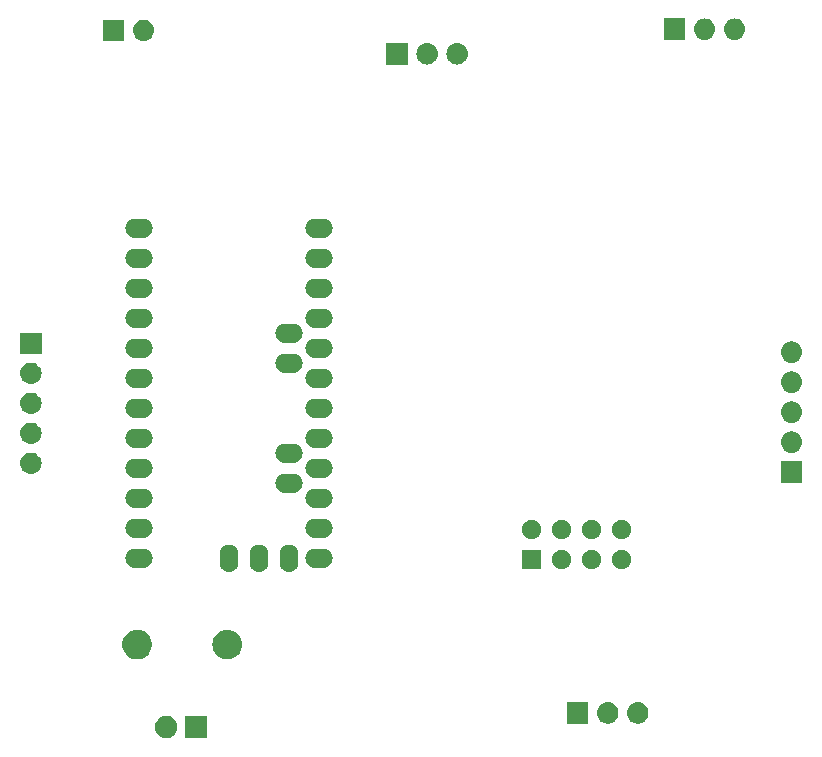
<source format=gbr>
G04 #@! TF.GenerationSoftware,KiCad,Pcbnew,5.1.2*
G04 #@! TF.CreationDate,2019-11-12T08:17:00-05:00*
G04 #@! TF.ProjectId,VS_robot_controller,56535f72-6f62-46f7-945f-636f6e74726f,rev?*
G04 #@! TF.SameCoordinates,Original*
G04 #@! TF.FileFunction,Soldermask,Bot*
G04 #@! TF.FilePolarity,Negative*
%FSLAX46Y46*%
G04 Gerber Fmt 4.6, Leading zero omitted, Abs format (unit mm)*
G04 Created by KiCad (PCBNEW 5.1.2) date 2019-11-12 08:17:00*
%MOMM*%
%LPD*%
G04 APERTURE LIST*
%ADD10C,0.100000*%
G04 APERTURE END LIST*
D10*
G36*
X188451000Y-103951000D02*
G01*
X186549000Y-103951000D01*
X186549000Y-102049000D01*
X188451000Y-102049000D01*
X188451000Y-103951000D01*
X188451000Y-103951000D01*
G37*
G36*
X185237395Y-102085546D02*
G01*
X185410466Y-102157234D01*
X185410467Y-102157235D01*
X185566227Y-102261310D01*
X185698690Y-102393773D01*
X185698691Y-102393775D01*
X185802766Y-102549534D01*
X185874454Y-102722605D01*
X185911000Y-102906333D01*
X185911000Y-103093667D01*
X185874454Y-103277395D01*
X185802766Y-103450466D01*
X185802765Y-103450467D01*
X185698690Y-103606227D01*
X185566227Y-103738690D01*
X185487818Y-103791081D01*
X185410466Y-103842766D01*
X185237395Y-103914454D01*
X185053667Y-103951000D01*
X184866333Y-103951000D01*
X184682605Y-103914454D01*
X184509534Y-103842766D01*
X184432182Y-103791081D01*
X184353773Y-103738690D01*
X184221310Y-103606227D01*
X184117235Y-103450467D01*
X184117234Y-103450466D01*
X184045546Y-103277395D01*
X184009000Y-103093667D01*
X184009000Y-102906333D01*
X184045546Y-102722605D01*
X184117234Y-102549534D01*
X184221309Y-102393775D01*
X184221310Y-102393773D01*
X184353773Y-102261310D01*
X184509533Y-102157235D01*
X184509534Y-102157234D01*
X184682605Y-102085546D01*
X184866333Y-102049000D01*
X185053667Y-102049000D01*
X185237395Y-102085546D01*
X185237395Y-102085546D01*
G37*
G36*
X222450442Y-100905518D02*
G01*
X222516627Y-100912037D01*
X222686466Y-100963557D01*
X222842991Y-101047222D01*
X222878729Y-101076552D01*
X222980186Y-101159814D01*
X223063448Y-101261271D01*
X223092778Y-101297009D01*
X223176443Y-101453534D01*
X223227963Y-101623373D01*
X223245359Y-101800000D01*
X223227963Y-101976627D01*
X223176443Y-102146466D01*
X223092778Y-102302991D01*
X223063448Y-102338729D01*
X222980186Y-102440186D01*
X222878729Y-102523448D01*
X222842991Y-102552778D01*
X222686466Y-102636443D01*
X222516627Y-102687963D01*
X222450443Y-102694481D01*
X222384260Y-102701000D01*
X222295740Y-102701000D01*
X222229557Y-102694481D01*
X222163373Y-102687963D01*
X221993534Y-102636443D01*
X221837009Y-102552778D01*
X221801271Y-102523448D01*
X221699814Y-102440186D01*
X221616552Y-102338729D01*
X221587222Y-102302991D01*
X221503557Y-102146466D01*
X221452037Y-101976627D01*
X221434641Y-101800000D01*
X221452037Y-101623373D01*
X221503557Y-101453534D01*
X221587222Y-101297009D01*
X221616552Y-101261271D01*
X221699814Y-101159814D01*
X221801271Y-101076552D01*
X221837009Y-101047222D01*
X221993534Y-100963557D01*
X222163373Y-100912037D01*
X222229557Y-100905519D01*
X222295740Y-100899000D01*
X222384260Y-100899000D01*
X222450442Y-100905518D01*
X222450442Y-100905518D01*
G37*
G36*
X224990442Y-100905518D02*
G01*
X225056627Y-100912037D01*
X225226466Y-100963557D01*
X225382991Y-101047222D01*
X225418729Y-101076552D01*
X225520186Y-101159814D01*
X225603448Y-101261271D01*
X225632778Y-101297009D01*
X225716443Y-101453534D01*
X225767963Y-101623373D01*
X225785359Y-101800000D01*
X225767963Y-101976627D01*
X225716443Y-102146466D01*
X225632778Y-102302991D01*
X225603448Y-102338729D01*
X225520186Y-102440186D01*
X225418729Y-102523448D01*
X225382991Y-102552778D01*
X225226466Y-102636443D01*
X225056627Y-102687963D01*
X224990443Y-102694481D01*
X224924260Y-102701000D01*
X224835740Y-102701000D01*
X224769557Y-102694481D01*
X224703373Y-102687963D01*
X224533534Y-102636443D01*
X224377009Y-102552778D01*
X224341271Y-102523448D01*
X224239814Y-102440186D01*
X224156552Y-102338729D01*
X224127222Y-102302991D01*
X224043557Y-102146466D01*
X223992037Y-101976627D01*
X223974641Y-101800000D01*
X223992037Y-101623373D01*
X224043557Y-101453534D01*
X224127222Y-101297009D01*
X224156552Y-101261271D01*
X224239814Y-101159814D01*
X224341271Y-101076552D01*
X224377009Y-101047222D01*
X224533534Y-100963557D01*
X224703373Y-100912037D01*
X224769557Y-100905519D01*
X224835740Y-100899000D01*
X224924260Y-100899000D01*
X224990442Y-100905518D01*
X224990442Y-100905518D01*
G37*
G36*
X220701000Y-102701000D02*
G01*
X218899000Y-102701000D01*
X218899000Y-100899000D01*
X220701000Y-100899000D01*
X220701000Y-102701000D01*
X220701000Y-102701000D01*
G37*
G36*
X190365239Y-94767101D02*
G01*
X190601053Y-94838634D01*
X190818381Y-94954799D01*
X191008871Y-95111129D01*
X191165201Y-95301619D01*
X191281366Y-95518947D01*
X191352899Y-95754761D01*
X191377053Y-96000000D01*
X191352899Y-96245239D01*
X191281366Y-96481053D01*
X191165201Y-96698381D01*
X191008871Y-96888871D01*
X190818381Y-97045201D01*
X190601053Y-97161366D01*
X190365239Y-97232899D01*
X190181457Y-97251000D01*
X190058543Y-97251000D01*
X189874761Y-97232899D01*
X189638947Y-97161366D01*
X189421619Y-97045201D01*
X189231129Y-96888871D01*
X189074799Y-96698381D01*
X188958634Y-96481053D01*
X188887101Y-96245239D01*
X188862947Y-96000000D01*
X188887101Y-95754761D01*
X188958634Y-95518947D01*
X189074799Y-95301619D01*
X189231129Y-95111129D01*
X189421619Y-94954799D01*
X189638947Y-94838634D01*
X189874761Y-94767101D01*
X190058543Y-94749000D01*
X190181457Y-94749000D01*
X190365239Y-94767101D01*
X190365239Y-94767101D01*
G37*
G36*
X182864903Y-94797075D02*
G01*
X182965236Y-94838634D01*
X183092571Y-94891378D01*
X183297466Y-95028285D01*
X183471715Y-95202534D01*
X183608622Y-95407429D01*
X183702925Y-95635097D01*
X183751000Y-95876787D01*
X183751000Y-96123213D01*
X183702925Y-96364903D01*
X183608622Y-96592571D01*
X183471715Y-96797466D01*
X183297466Y-96971715D01*
X183092571Y-97108622D01*
X183092570Y-97108623D01*
X183092569Y-97108623D01*
X182864903Y-97202925D01*
X182623214Y-97251000D01*
X182376786Y-97251000D01*
X182135097Y-97202925D01*
X181907431Y-97108623D01*
X181907430Y-97108623D01*
X181907429Y-97108622D01*
X181702534Y-96971715D01*
X181528285Y-96797466D01*
X181391378Y-96592571D01*
X181297075Y-96364903D01*
X181249000Y-96123213D01*
X181249000Y-95876787D01*
X181297075Y-95635097D01*
X181391378Y-95407429D01*
X181528285Y-95202534D01*
X181702534Y-95028285D01*
X181907429Y-94891378D01*
X182034765Y-94838634D01*
X182135097Y-94797075D01*
X182376786Y-94749000D01*
X182623214Y-94749000D01*
X182864903Y-94797075D01*
X182864903Y-94797075D01*
G37*
G36*
X192972135Y-87555778D02*
G01*
X193123232Y-87601613D01*
X193262483Y-87676044D01*
X193384538Y-87776212D01*
X193484706Y-87898267D01*
X193559137Y-88037518D01*
X193604972Y-88188615D01*
X193616570Y-88306375D01*
X193616570Y-89083625D01*
X193604972Y-89201385D01*
X193559137Y-89352482D01*
X193484706Y-89491733D01*
X193384538Y-89613788D01*
X193262482Y-89713956D01*
X193123231Y-89788387D01*
X192972134Y-89834222D01*
X192815000Y-89849698D01*
X192657865Y-89834222D01*
X192506768Y-89788387D01*
X192367517Y-89713956D01*
X192245462Y-89613788D01*
X192145294Y-89491732D01*
X192070863Y-89352481D01*
X192025028Y-89201384D01*
X192013430Y-89083624D01*
X192013430Y-88306375D01*
X192025028Y-88188615D01*
X192025028Y-88188614D01*
X192070863Y-88037519D01*
X192145293Y-87898271D01*
X192145295Y-87898267D01*
X192245463Y-87776212D01*
X192367518Y-87676044D01*
X192506769Y-87601613D01*
X192657866Y-87555778D01*
X192815000Y-87540302D01*
X192972135Y-87555778D01*
X192972135Y-87555778D01*
G37*
G36*
X195512135Y-87555778D02*
G01*
X195663232Y-87601613D01*
X195802483Y-87676044D01*
X195924538Y-87776212D01*
X196024706Y-87898267D01*
X196099137Y-88037518D01*
X196144972Y-88188615D01*
X196156570Y-88306375D01*
X196156570Y-89083625D01*
X196144972Y-89201385D01*
X196099137Y-89352482D01*
X196024706Y-89491733D01*
X195924538Y-89613788D01*
X195802482Y-89713956D01*
X195663231Y-89788387D01*
X195512134Y-89834222D01*
X195355000Y-89849698D01*
X195197865Y-89834222D01*
X195046768Y-89788387D01*
X194907517Y-89713956D01*
X194785462Y-89613788D01*
X194685294Y-89491732D01*
X194610863Y-89352481D01*
X194565028Y-89201384D01*
X194553430Y-89083624D01*
X194553430Y-88306375D01*
X194565028Y-88188615D01*
X194565028Y-88188614D01*
X194610863Y-88037519D01*
X194685293Y-87898271D01*
X194685295Y-87898267D01*
X194785463Y-87776212D01*
X194907518Y-87676044D01*
X195046769Y-87601613D01*
X195197866Y-87555778D01*
X195355000Y-87540302D01*
X195512135Y-87555778D01*
X195512135Y-87555778D01*
G37*
G36*
X190432135Y-87555778D02*
G01*
X190583232Y-87601613D01*
X190722483Y-87676044D01*
X190844538Y-87776212D01*
X190944706Y-87898267D01*
X191019137Y-88037518D01*
X191064972Y-88188615D01*
X191076570Y-88306375D01*
X191076570Y-89083625D01*
X191064972Y-89201385D01*
X191019137Y-89352482D01*
X190944706Y-89491733D01*
X190844538Y-89613788D01*
X190722482Y-89713956D01*
X190583231Y-89788387D01*
X190432134Y-89834222D01*
X190275000Y-89849698D01*
X190117865Y-89834222D01*
X189966768Y-89788387D01*
X189827517Y-89713956D01*
X189705462Y-89613788D01*
X189605294Y-89491732D01*
X189530863Y-89352481D01*
X189485028Y-89201384D01*
X189473430Y-89083624D01*
X189473430Y-88306375D01*
X189485028Y-88188615D01*
X189485028Y-88188614D01*
X189530863Y-88037519D01*
X189605293Y-87898271D01*
X189605295Y-87898267D01*
X189705463Y-87776212D01*
X189827518Y-87676044D01*
X189966769Y-87601613D01*
X190117866Y-87555778D01*
X190275000Y-87540302D01*
X190432135Y-87555778D01*
X190432135Y-87555778D01*
G37*
G36*
X216713000Y-89613000D02*
G01*
X215087000Y-89613000D01*
X215087000Y-87987000D01*
X216713000Y-87987000D01*
X216713000Y-89613000D01*
X216713000Y-89613000D01*
G37*
G36*
X218677142Y-88018242D02*
G01*
X218825101Y-88079529D01*
X218958255Y-88168499D01*
X219071501Y-88281745D01*
X219160471Y-88414899D01*
X219221758Y-88562858D01*
X219253000Y-88719925D01*
X219253000Y-88880075D01*
X219221758Y-89037142D01*
X219160471Y-89185101D01*
X219071501Y-89318255D01*
X218958255Y-89431501D01*
X218825101Y-89520471D01*
X218677142Y-89581758D01*
X218520075Y-89613000D01*
X218359925Y-89613000D01*
X218202858Y-89581758D01*
X218054899Y-89520471D01*
X217921745Y-89431501D01*
X217808499Y-89318255D01*
X217719529Y-89185101D01*
X217658242Y-89037142D01*
X217627000Y-88880075D01*
X217627000Y-88719925D01*
X217658242Y-88562858D01*
X217719529Y-88414899D01*
X217808499Y-88281745D01*
X217921745Y-88168499D01*
X218054899Y-88079529D01*
X218202858Y-88018242D01*
X218359925Y-87987000D01*
X218520075Y-87987000D01*
X218677142Y-88018242D01*
X218677142Y-88018242D01*
G37*
G36*
X221217142Y-88018242D02*
G01*
X221365101Y-88079529D01*
X221498255Y-88168499D01*
X221611501Y-88281745D01*
X221700471Y-88414899D01*
X221761758Y-88562858D01*
X221793000Y-88719925D01*
X221793000Y-88880075D01*
X221761758Y-89037142D01*
X221700471Y-89185101D01*
X221611501Y-89318255D01*
X221498255Y-89431501D01*
X221365101Y-89520471D01*
X221217142Y-89581758D01*
X221060075Y-89613000D01*
X220899925Y-89613000D01*
X220742858Y-89581758D01*
X220594899Y-89520471D01*
X220461745Y-89431501D01*
X220348499Y-89318255D01*
X220259529Y-89185101D01*
X220198242Y-89037142D01*
X220167000Y-88880075D01*
X220167000Y-88719925D01*
X220198242Y-88562858D01*
X220259529Y-88414899D01*
X220348499Y-88281745D01*
X220461745Y-88168499D01*
X220594899Y-88079529D01*
X220742858Y-88018242D01*
X220899925Y-87987000D01*
X221060075Y-87987000D01*
X221217142Y-88018242D01*
X221217142Y-88018242D01*
G37*
G36*
X223757142Y-88018242D02*
G01*
X223905101Y-88079529D01*
X224038255Y-88168499D01*
X224151501Y-88281745D01*
X224240471Y-88414899D01*
X224301758Y-88562858D01*
X224333000Y-88719925D01*
X224333000Y-88880075D01*
X224301758Y-89037142D01*
X224240471Y-89185101D01*
X224151501Y-89318255D01*
X224038255Y-89431501D01*
X223905101Y-89520471D01*
X223757142Y-89581758D01*
X223600075Y-89613000D01*
X223439925Y-89613000D01*
X223282858Y-89581758D01*
X223134899Y-89520471D01*
X223001745Y-89431501D01*
X222888499Y-89318255D01*
X222799529Y-89185101D01*
X222738242Y-89037142D01*
X222707000Y-88880075D01*
X222707000Y-88719925D01*
X222738242Y-88562858D01*
X222799529Y-88414899D01*
X222888499Y-88281745D01*
X223001745Y-88168499D01*
X223134899Y-88079529D01*
X223282858Y-88018242D01*
X223439925Y-87987000D01*
X223600075Y-87987000D01*
X223757142Y-88018242D01*
X223757142Y-88018242D01*
G37*
G36*
X198322878Y-87897296D02*
G01*
X198401385Y-87905028D01*
X198552482Y-87950863D01*
X198691733Y-88025294D01*
X198813788Y-88125462D01*
X198913956Y-88247517D01*
X198988387Y-88386768D01*
X199034222Y-88537865D01*
X199049698Y-88695000D01*
X199034222Y-88852135D01*
X198988387Y-89003232D01*
X198913956Y-89142483D01*
X198813788Y-89264538D01*
X198691733Y-89364706D01*
X198552482Y-89439137D01*
X198401385Y-89484972D01*
X198332737Y-89491733D01*
X198283626Y-89496570D01*
X197506374Y-89496570D01*
X197457263Y-89491733D01*
X197388615Y-89484972D01*
X197237518Y-89439137D01*
X197098267Y-89364706D01*
X196976212Y-89264538D01*
X196876044Y-89142483D01*
X196801613Y-89003232D01*
X196755778Y-88852135D01*
X196740302Y-88695000D01*
X196755778Y-88537865D01*
X196801613Y-88386768D01*
X196876044Y-88247517D01*
X196976212Y-88125462D01*
X197098267Y-88025294D01*
X197237518Y-87950863D01*
X197388615Y-87905028D01*
X197467122Y-87897296D01*
X197506374Y-87893430D01*
X198283626Y-87893430D01*
X198322878Y-87897296D01*
X198322878Y-87897296D01*
G37*
G36*
X183082878Y-87897296D02*
G01*
X183161385Y-87905028D01*
X183312482Y-87950863D01*
X183451733Y-88025294D01*
X183573788Y-88125462D01*
X183673956Y-88247517D01*
X183748387Y-88386768D01*
X183794222Y-88537865D01*
X183809698Y-88695000D01*
X183794222Y-88852135D01*
X183748387Y-89003232D01*
X183673956Y-89142483D01*
X183573788Y-89264538D01*
X183451733Y-89364706D01*
X183312482Y-89439137D01*
X183161385Y-89484972D01*
X183092737Y-89491733D01*
X183043626Y-89496570D01*
X182266374Y-89496570D01*
X182217263Y-89491733D01*
X182148615Y-89484972D01*
X181997518Y-89439137D01*
X181858267Y-89364706D01*
X181736212Y-89264538D01*
X181636044Y-89142483D01*
X181561613Y-89003232D01*
X181515778Y-88852135D01*
X181500302Y-88695000D01*
X181515778Y-88537865D01*
X181561613Y-88386768D01*
X181636044Y-88247517D01*
X181736212Y-88125462D01*
X181858267Y-88025294D01*
X181997518Y-87950863D01*
X182148615Y-87905028D01*
X182227122Y-87897296D01*
X182266374Y-87893430D01*
X183043626Y-87893430D01*
X183082878Y-87897296D01*
X183082878Y-87897296D01*
G37*
G36*
X221217142Y-85478242D02*
G01*
X221365101Y-85539529D01*
X221498255Y-85628499D01*
X221611501Y-85741745D01*
X221700471Y-85874899D01*
X221761758Y-86022858D01*
X221793000Y-86179925D01*
X221793000Y-86340075D01*
X221761758Y-86497142D01*
X221700471Y-86645101D01*
X221611501Y-86778255D01*
X221498255Y-86891501D01*
X221365101Y-86980471D01*
X221217142Y-87041758D01*
X221060075Y-87073000D01*
X220899925Y-87073000D01*
X220742858Y-87041758D01*
X220594899Y-86980471D01*
X220461745Y-86891501D01*
X220348499Y-86778255D01*
X220259529Y-86645101D01*
X220198242Y-86497142D01*
X220167000Y-86340075D01*
X220167000Y-86179925D01*
X220198242Y-86022858D01*
X220259529Y-85874899D01*
X220348499Y-85741745D01*
X220461745Y-85628499D01*
X220594899Y-85539529D01*
X220742858Y-85478242D01*
X220899925Y-85447000D01*
X221060075Y-85447000D01*
X221217142Y-85478242D01*
X221217142Y-85478242D01*
G37*
G36*
X216137142Y-85478242D02*
G01*
X216285101Y-85539529D01*
X216418255Y-85628499D01*
X216531501Y-85741745D01*
X216620471Y-85874899D01*
X216681758Y-86022858D01*
X216713000Y-86179925D01*
X216713000Y-86340075D01*
X216681758Y-86497142D01*
X216620471Y-86645101D01*
X216531501Y-86778255D01*
X216418255Y-86891501D01*
X216285101Y-86980471D01*
X216137142Y-87041758D01*
X215980075Y-87073000D01*
X215819925Y-87073000D01*
X215662858Y-87041758D01*
X215514899Y-86980471D01*
X215381745Y-86891501D01*
X215268499Y-86778255D01*
X215179529Y-86645101D01*
X215118242Y-86497142D01*
X215087000Y-86340075D01*
X215087000Y-86179925D01*
X215118242Y-86022858D01*
X215179529Y-85874899D01*
X215268499Y-85741745D01*
X215381745Y-85628499D01*
X215514899Y-85539529D01*
X215662858Y-85478242D01*
X215819925Y-85447000D01*
X215980075Y-85447000D01*
X216137142Y-85478242D01*
X216137142Y-85478242D01*
G37*
G36*
X218677142Y-85478242D02*
G01*
X218825101Y-85539529D01*
X218958255Y-85628499D01*
X219071501Y-85741745D01*
X219160471Y-85874899D01*
X219221758Y-86022858D01*
X219253000Y-86179925D01*
X219253000Y-86340075D01*
X219221758Y-86497142D01*
X219160471Y-86645101D01*
X219071501Y-86778255D01*
X218958255Y-86891501D01*
X218825101Y-86980471D01*
X218677142Y-87041758D01*
X218520075Y-87073000D01*
X218359925Y-87073000D01*
X218202858Y-87041758D01*
X218054899Y-86980471D01*
X217921745Y-86891501D01*
X217808499Y-86778255D01*
X217719529Y-86645101D01*
X217658242Y-86497142D01*
X217627000Y-86340075D01*
X217627000Y-86179925D01*
X217658242Y-86022858D01*
X217719529Y-85874899D01*
X217808499Y-85741745D01*
X217921745Y-85628499D01*
X218054899Y-85539529D01*
X218202858Y-85478242D01*
X218359925Y-85447000D01*
X218520075Y-85447000D01*
X218677142Y-85478242D01*
X218677142Y-85478242D01*
G37*
G36*
X223757142Y-85478242D02*
G01*
X223905101Y-85539529D01*
X224038255Y-85628499D01*
X224151501Y-85741745D01*
X224240471Y-85874899D01*
X224301758Y-86022858D01*
X224333000Y-86179925D01*
X224333000Y-86340075D01*
X224301758Y-86497142D01*
X224240471Y-86645101D01*
X224151501Y-86778255D01*
X224038255Y-86891501D01*
X223905101Y-86980471D01*
X223757142Y-87041758D01*
X223600075Y-87073000D01*
X223439925Y-87073000D01*
X223282858Y-87041758D01*
X223134899Y-86980471D01*
X223001745Y-86891501D01*
X222888499Y-86778255D01*
X222799529Y-86645101D01*
X222738242Y-86497142D01*
X222707000Y-86340075D01*
X222707000Y-86179925D01*
X222738242Y-86022858D01*
X222799529Y-85874899D01*
X222888499Y-85741745D01*
X223001745Y-85628499D01*
X223134899Y-85539529D01*
X223282858Y-85478242D01*
X223439925Y-85447000D01*
X223600075Y-85447000D01*
X223757142Y-85478242D01*
X223757142Y-85478242D01*
G37*
G36*
X198322878Y-85357296D02*
G01*
X198401385Y-85365028D01*
X198552482Y-85410863D01*
X198691733Y-85485294D01*
X198813788Y-85585462D01*
X198913956Y-85707517D01*
X198988387Y-85846768D01*
X199034222Y-85997865D01*
X199049698Y-86155000D01*
X199034222Y-86312135D01*
X198988387Y-86463232D01*
X198913956Y-86602483D01*
X198813788Y-86724538D01*
X198691733Y-86824706D01*
X198552482Y-86899137D01*
X198401385Y-86944972D01*
X198322878Y-86952704D01*
X198283626Y-86956570D01*
X197506374Y-86956570D01*
X197467122Y-86952704D01*
X197388615Y-86944972D01*
X197237518Y-86899137D01*
X197098267Y-86824706D01*
X196976212Y-86724538D01*
X196876044Y-86602483D01*
X196801613Y-86463232D01*
X196755778Y-86312135D01*
X196740302Y-86155000D01*
X196755778Y-85997865D01*
X196801613Y-85846768D01*
X196876044Y-85707517D01*
X196976212Y-85585462D01*
X197098267Y-85485294D01*
X197237518Y-85410863D01*
X197388615Y-85365028D01*
X197467122Y-85357296D01*
X197506374Y-85353430D01*
X198283626Y-85353430D01*
X198322878Y-85357296D01*
X198322878Y-85357296D01*
G37*
G36*
X183082878Y-85357296D02*
G01*
X183161385Y-85365028D01*
X183312482Y-85410863D01*
X183451733Y-85485294D01*
X183573788Y-85585462D01*
X183673956Y-85707517D01*
X183748387Y-85846768D01*
X183794222Y-85997865D01*
X183809698Y-86155000D01*
X183794222Y-86312135D01*
X183748387Y-86463232D01*
X183673956Y-86602483D01*
X183573788Y-86724538D01*
X183451733Y-86824706D01*
X183312482Y-86899137D01*
X183161385Y-86944972D01*
X183082878Y-86952704D01*
X183043626Y-86956570D01*
X182266374Y-86956570D01*
X182227122Y-86952704D01*
X182148615Y-86944972D01*
X181997518Y-86899137D01*
X181858267Y-86824706D01*
X181736212Y-86724538D01*
X181636044Y-86602483D01*
X181561613Y-86463232D01*
X181515778Y-86312135D01*
X181500302Y-86155000D01*
X181515778Y-85997865D01*
X181561613Y-85846768D01*
X181636044Y-85707517D01*
X181736212Y-85585462D01*
X181858267Y-85485294D01*
X181997518Y-85410863D01*
X182148615Y-85365028D01*
X182227122Y-85357296D01*
X182266374Y-85353430D01*
X183043626Y-85353430D01*
X183082878Y-85357296D01*
X183082878Y-85357296D01*
G37*
G36*
X183082878Y-82817296D02*
G01*
X183161385Y-82825028D01*
X183312482Y-82870863D01*
X183451733Y-82945294D01*
X183573788Y-83045462D01*
X183673956Y-83167517D01*
X183748387Y-83306768D01*
X183794222Y-83457865D01*
X183809698Y-83615000D01*
X183794222Y-83772135D01*
X183748387Y-83923232D01*
X183673956Y-84062483D01*
X183573788Y-84184538D01*
X183451733Y-84284706D01*
X183312482Y-84359137D01*
X183161385Y-84404972D01*
X183082878Y-84412704D01*
X183043626Y-84416570D01*
X182266374Y-84416570D01*
X182227122Y-84412704D01*
X182148615Y-84404972D01*
X181997518Y-84359137D01*
X181858267Y-84284706D01*
X181736212Y-84184538D01*
X181636044Y-84062483D01*
X181561613Y-83923232D01*
X181515778Y-83772135D01*
X181500302Y-83615000D01*
X181515778Y-83457865D01*
X181561613Y-83306768D01*
X181636044Y-83167517D01*
X181736212Y-83045462D01*
X181858267Y-82945294D01*
X181997518Y-82870863D01*
X182148615Y-82825028D01*
X182227122Y-82817296D01*
X182266374Y-82813430D01*
X183043626Y-82813430D01*
X183082878Y-82817296D01*
X183082878Y-82817296D01*
G37*
G36*
X198322878Y-82817296D02*
G01*
X198401385Y-82825028D01*
X198552482Y-82870863D01*
X198691733Y-82945294D01*
X198813788Y-83045462D01*
X198913956Y-83167517D01*
X198988387Y-83306768D01*
X199034222Y-83457865D01*
X199049698Y-83615000D01*
X199034222Y-83772135D01*
X198988387Y-83923232D01*
X198913956Y-84062483D01*
X198813788Y-84184538D01*
X198691733Y-84284706D01*
X198552482Y-84359137D01*
X198401385Y-84404972D01*
X198322878Y-84412704D01*
X198283626Y-84416570D01*
X197506374Y-84416570D01*
X197467122Y-84412704D01*
X197388615Y-84404972D01*
X197237518Y-84359137D01*
X197098267Y-84284706D01*
X196976212Y-84184538D01*
X196876044Y-84062483D01*
X196801613Y-83923232D01*
X196755778Y-83772135D01*
X196740302Y-83615000D01*
X196755778Y-83457865D01*
X196801613Y-83306768D01*
X196876044Y-83167517D01*
X196976212Y-83045462D01*
X197098267Y-82945294D01*
X197237518Y-82870863D01*
X197388615Y-82825028D01*
X197467122Y-82817296D01*
X197506374Y-82813430D01*
X198283626Y-82813430D01*
X198322878Y-82817296D01*
X198322878Y-82817296D01*
G37*
G36*
X195782878Y-81547296D02*
G01*
X195861385Y-81555028D01*
X196012482Y-81600863D01*
X196151733Y-81675294D01*
X196273788Y-81775462D01*
X196373956Y-81897517D01*
X196448387Y-82036768D01*
X196494222Y-82187865D01*
X196509698Y-82345000D01*
X196494222Y-82502135D01*
X196448387Y-82653232D01*
X196373956Y-82792483D01*
X196273788Y-82914538D01*
X196151733Y-83014706D01*
X196012482Y-83089137D01*
X195861385Y-83134972D01*
X195782878Y-83142704D01*
X195743626Y-83146570D01*
X194966374Y-83146570D01*
X194927122Y-83142704D01*
X194848615Y-83134972D01*
X194697518Y-83089137D01*
X194558267Y-83014706D01*
X194436212Y-82914538D01*
X194336044Y-82792483D01*
X194261613Y-82653232D01*
X194215778Y-82502135D01*
X194200302Y-82345000D01*
X194215778Y-82187865D01*
X194261613Y-82036768D01*
X194336044Y-81897517D01*
X194436212Y-81775462D01*
X194558267Y-81675294D01*
X194697518Y-81600863D01*
X194848615Y-81555028D01*
X194927122Y-81547296D01*
X194966374Y-81543430D01*
X195743626Y-81543430D01*
X195782878Y-81547296D01*
X195782878Y-81547296D01*
G37*
G36*
X238801000Y-82301000D02*
G01*
X236999000Y-82301000D01*
X236999000Y-80499000D01*
X238801000Y-80499000D01*
X238801000Y-82301000D01*
X238801000Y-82301000D01*
G37*
G36*
X183082878Y-80277296D02*
G01*
X183161385Y-80285028D01*
X183312482Y-80330863D01*
X183451733Y-80405294D01*
X183573788Y-80505462D01*
X183673956Y-80627517D01*
X183748387Y-80766768D01*
X183794222Y-80917865D01*
X183809698Y-81075000D01*
X183794222Y-81232135D01*
X183748387Y-81383232D01*
X183673956Y-81522483D01*
X183573788Y-81644538D01*
X183451733Y-81744706D01*
X183312482Y-81819137D01*
X183161385Y-81864972D01*
X183082878Y-81872704D01*
X183043626Y-81876570D01*
X182266374Y-81876570D01*
X182227122Y-81872704D01*
X182148615Y-81864972D01*
X181997518Y-81819137D01*
X181858267Y-81744706D01*
X181736212Y-81644538D01*
X181636044Y-81522483D01*
X181561613Y-81383232D01*
X181515778Y-81232135D01*
X181500302Y-81075000D01*
X181515778Y-80917865D01*
X181561613Y-80766768D01*
X181636044Y-80627517D01*
X181736212Y-80505462D01*
X181858267Y-80405294D01*
X181997518Y-80330863D01*
X182148615Y-80285028D01*
X182227122Y-80277296D01*
X182266374Y-80273430D01*
X183043626Y-80273430D01*
X183082878Y-80277296D01*
X183082878Y-80277296D01*
G37*
G36*
X198322878Y-80277296D02*
G01*
X198401385Y-80285028D01*
X198552482Y-80330863D01*
X198691733Y-80405294D01*
X198813788Y-80505462D01*
X198913956Y-80627517D01*
X198988387Y-80766768D01*
X199034222Y-80917865D01*
X199049698Y-81075000D01*
X199034222Y-81232135D01*
X198988387Y-81383232D01*
X198913956Y-81522483D01*
X198813788Y-81644538D01*
X198691733Y-81744706D01*
X198552482Y-81819137D01*
X198401385Y-81864972D01*
X198322878Y-81872704D01*
X198283626Y-81876570D01*
X197506374Y-81876570D01*
X197467122Y-81872704D01*
X197388615Y-81864972D01*
X197237518Y-81819137D01*
X197098267Y-81744706D01*
X196976212Y-81644538D01*
X196876044Y-81522483D01*
X196801613Y-81383232D01*
X196755778Y-81232135D01*
X196740302Y-81075000D01*
X196755778Y-80917865D01*
X196801613Y-80766768D01*
X196876044Y-80627517D01*
X196976212Y-80505462D01*
X197098267Y-80405294D01*
X197237518Y-80330863D01*
X197388615Y-80285028D01*
X197467122Y-80277296D01*
X197506374Y-80273430D01*
X198283626Y-80273430D01*
X198322878Y-80277296D01*
X198322878Y-80277296D01*
G37*
G36*
X173610443Y-79765519D02*
G01*
X173676627Y-79772037D01*
X173846466Y-79823557D01*
X174002991Y-79907222D01*
X174038729Y-79936552D01*
X174140186Y-80019814D01*
X174216851Y-80113232D01*
X174252778Y-80157009D01*
X174336443Y-80313534D01*
X174387963Y-80483373D01*
X174405359Y-80660000D01*
X174387963Y-80836627D01*
X174336443Y-81006466D01*
X174252778Y-81162991D01*
X174223448Y-81198729D01*
X174140186Y-81300186D01*
X174038993Y-81383232D01*
X174002991Y-81412778D01*
X173846466Y-81496443D01*
X173676627Y-81547963D01*
X173610443Y-81554481D01*
X173544260Y-81561000D01*
X173455740Y-81561000D01*
X173389557Y-81554481D01*
X173323373Y-81547963D01*
X173153534Y-81496443D01*
X172997009Y-81412778D01*
X172961007Y-81383232D01*
X172859814Y-81300186D01*
X172776552Y-81198729D01*
X172747222Y-81162991D01*
X172663557Y-81006466D01*
X172612037Y-80836627D01*
X172594641Y-80660000D01*
X172612037Y-80483373D01*
X172663557Y-80313534D01*
X172747222Y-80157009D01*
X172783149Y-80113232D01*
X172859814Y-80019814D01*
X172961271Y-79936552D01*
X172997009Y-79907222D01*
X173153534Y-79823557D01*
X173323373Y-79772037D01*
X173389557Y-79765519D01*
X173455740Y-79759000D01*
X173544260Y-79759000D01*
X173610443Y-79765519D01*
X173610443Y-79765519D01*
G37*
G36*
X195782878Y-79007296D02*
G01*
X195861385Y-79015028D01*
X196012482Y-79060863D01*
X196151733Y-79135294D01*
X196273788Y-79235462D01*
X196373956Y-79357517D01*
X196448387Y-79496768D01*
X196494222Y-79647865D01*
X196509698Y-79805000D01*
X196494222Y-79962135D01*
X196448387Y-80113232D01*
X196373956Y-80252483D01*
X196273788Y-80374538D01*
X196151733Y-80474706D01*
X196012482Y-80549137D01*
X195861385Y-80594972D01*
X195782878Y-80602704D01*
X195743626Y-80606570D01*
X194966374Y-80606570D01*
X194927122Y-80602704D01*
X194848615Y-80594972D01*
X194697518Y-80549137D01*
X194558267Y-80474706D01*
X194436212Y-80374538D01*
X194336044Y-80252483D01*
X194261613Y-80113232D01*
X194215778Y-79962135D01*
X194200302Y-79805000D01*
X194215778Y-79647865D01*
X194261613Y-79496768D01*
X194336044Y-79357517D01*
X194436212Y-79235462D01*
X194558267Y-79135294D01*
X194697518Y-79060863D01*
X194848615Y-79015028D01*
X194927122Y-79007296D01*
X194966374Y-79003430D01*
X195743626Y-79003430D01*
X195782878Y-79007296D01*
X195782878Y-79007296D01*
G37*
G36*
X238009869Y-77965462D02*
G01*
X238076627Y-77972037D01*
X238246466Y-78023557D01*
X238402991Y-78107222D01*
X238438729Y-78136552D01*
X238540186Y-78219814D01*
X238623448Y-78321271D01*
X238652778Y-78357009D01*
X238736443Y-78513534D01*
X238787963Y-78683373D01*
X238805359Y-78860000D01*
X238787963Y-79036627D01*
X238736443Y-79206466D01*
X238652778Y-79362991D01*
X238623448Y-79398729D01*
X238540186Y-79500186D01*
X238438729Y-79583448D01*
X238402991Y-79612778D01*
X238246466Y-79696443D01*
X238076627Y-79747963D01*
X238010442Y-79754482D01*
X237944260Y-79761000D01*
X237855740Y-79761000D01*
X237789558Y-79754482D01*
X237723373Y-79747963D01*
X237553534Y-79696443D01*
X237397009Y-79612778D01*
X237361271Y-79583448D01*
X237259814Y-79500186D01*
X237176552Y-79398729D01*
X237147222Y-79362991D01*
X237063557Y-79206466D01*
X237012037Y-79036627D01*
X236994641Y-78860000D01*
X237012037Y-78683373D01*
X237063557Y-78513534D01*
X237147222Y-78357009D01*
X237176552Y-78321271D01*
X237259814Y-78219814D01*
X237361271Y-78136552D01*
X237397009Y-78107222D01*
X237553534Y-78023557D01*
X237723373Y-77972037D01*
X237790131Y-77965462D01*
X237855740Y-77959000D01*
X237944260Y-77959000D01*
X238009869Y-77965462D01*
X238009869Y-77965462D01*
G37*
G36*
X198322878Y-77737296D02*
G01*
X198401385Y-77745028D01*
X198552482Y-77790863D01*
X198691733Y-77865294D01*
X198813788Y-77965462D01*
X198913956Y-78087517D01*
X198988387Y-78226768D01*
X199034222Y-78377865D01*
X199049698Y-78535000D01*
X199034222Y-78692135D01*
X198988387Y-78843232D01*
X198913956Y-78982483D01*
X198813788Y-79104538D01*
X198691733Y-79204706D01*
X198552482Y-79279137D01*
X198401385Y-79324972D01*
X198322878Y-79332704D01*
X198283626Y-79336570D01*
X197506374Y-79336570D01*
X197467122Y-79332704D01*
X197388615Y-79324972D01*
X197237518Y-79279137D01*
X197098267Y-79204706D01*
X196976212Y-79104538D01*
X196876044Y-78982483D01*
X196801613Y-78843232D01*
X196755778Y-78692135D01*
X196740302Y-78535000D01*
X196755778Y-78377865D01*
X196801613Y-78226768D01*
X196876044Y-78087517D01*
X196976212Y-77965462D01*
X197098267Y-77865294D01*
X197237518Y-77790863D01*
X197388615Y-77745028D01*
X197467122Y-77737296D01*
X197506374Y-77733430D01*
X198283626Y-77733430D01*
X198322878Y-77737296D01*
X198322878Y-77737296D01*
G37*
G36*
X183082878Y-77737296D02*
G01*
X183161385Y-77745028D01*
X183312482Y-77790863D01*
X183451733Y-77865294D01*
X183573788Y-77965462D01*
X183673956Y-78087517D01*
X183748387Y-78226768D01*
X183794222Y-78377865D01*
X183809698Y-78535000D01*
X183794222Y-78692135D01*
X183748387Y-78843232D01*
X183673956Y-78982483D01*
X183573788Y-79104538D01*
X183451733Y-79204706D01*
X183312482Y-79279137D01*
X183161385Y-79324972D01*
X183082878Y-79332704D01*
X183043626Y-79336570D01*
X182266374Y-79336570D01*
X182227122Y-79332704D01*
X182148615Y-79324972D01*
X181997518Y-79279137D01*
X181858267Y-79204706D01*
X181736212Y-79104538D01*
X181636044Y-78982483D01*
X181561613Y-78843232D01*
X181515778Y-78692135D01*
X181500302Y-78535000D01*
X181515778Y-78377865D01*
X181561613Y-78226768D01*
X181636044Y-78087517D01*
X181736212Y-77965462D01*
X181858267Y-77865294D01*
X181997518Y-77790863D01*
X182148615Y-77745028D01*
X182227122Y-77737296D01*
X182266374Y-77733430D01*
X183043626Y-77733430D01*
X183082878Y-77737296D01*
X183082878Y-77737296D01*
G37*
G36*
X173610442Y-77225518D02*
G01*
X173676627Y-77232037D01*
X173846466Y-77283557D01*
X174002991Y-77367222D01*
X174038729Y-77396552D01*
X174140186Y-77479814D01*
X174223448Y-77581271D01*
X174252778Y-77617009D01*
X174336443Y-77773534D01*
X174387963Y-77943373D01*
X174405359Y-78120000D01*
X174387963Y-78296627D01*
X174336443Y-78466466D01*
X174252778Y-78622991D01*
X174223448Y-78658729D01*
X174140186Y-78760186D01*
X174038993Y-78843232D01*
X174002991Y-78872778D01*
X173846466Y-78956443D01*
X173676627Y-79007963D01*
X173610442Y-79014482D01*
X173544260Y-79021000D01*
X173455740Y-79021000D01*
X173389558Y-79014482D01*
X173323373Y-79007963D01*
X173153534Y-78956443D01*
X172997009Y-78872778D01*
X172961007Y-78843232D01*
X172859814Y-78760186D01*
X172776552Y-78658729D01*
X172747222Y-78622991D01*
X172663557Y-78466466D01*
X172612037Y-78296627D01*
X172594641Y-78120000D01*
X172612037Y-77943373D01*
X172663557Y-77773534D01*
X172747222Y-77617009D01*
X172776552Y-77581271D01*
X172859814Y-77479814D01*
X172961271Y-77396552D01*
X172997009Y-77367222D01*
X173153534Y-77283557D01*
X173323373Y-77232037D01*
X173389558Y-77225518D01*
X173455740Y-77219000D01*
X173544260Y-77219000D01*
X173610442Y-77225518D01*
X173610442Y-77225518D01*
G37*
G36*
X238009869Y-75425462D02*
G01*
X238076627Y-75432037D01*
X238246466Y-75483557D01*
X238402991Y-75567222D01*
X238438729Y-75596552D01*
X238540186Y-75679814D01*
X238623448Y-75781271D01*
X238652778Y-75817009D01*
X238736443Y-75973534D01*
X238787963Y-76143373D01*
X238805359Y-76320000D01*
X238787963Y-76496627D01*
X238736443Y-76666466D01*
X238652778Y-76822991D01*
X238623448Y-76858729D01*
X238540186Y-76960186D01*
X238438729Y-77043448D01*
X238402991Y-77072778D01*
X238246466Y-77156443D01*
X238076627Y-77207963D01*
X238010442Y-77214482D01*
X237944260Y-77221000D01*
X237855740Y-77221000D01*
X237789558Y-77214482D01*
X237723373Y-77207963D01*
X237553534Y-77156443D01*
X237397009Y-77072778D01*
X237361271Y-77043448D01*
X237259814Y-76960186D01*
X237176552Y-76858729D01*
X237147222Y-76822991D01*
X237063557Y-76666466D01*
X237012037Y-76496627D01*
X236994641Y-76320000D01*
X237012037Y-76143373D01*
X237063557Y-75973534D01*
X237147222Y-75817009D01*
X237176552Y-75781271D01*
X237259814Y-75679814D01*
X237361271Y-75596552D01*
X237397009Y-75567222D01*
X237553534Y-75483557D01*
X237723373Y-75432037D01*
X237790131Y-75425462D01*
X237855740Y-75419000D01*
X237944260Y-75419000D01*
X238009869Y-75425462D01*
X238009869Y-75425462D01*
G37*
G36*
X183082878Y-75197296D02*
G01*
X183161385Y-75205028D01*
X183312482Y-75250863D01*
X183451733Y-75325294D01*
X183573788Y-75425462D01*
X183673956Y-75547517D01*
X183748387Y-75686768D01*
X183794222Y-75837865D01*
X183809698Y-75995000D01*
X183794222Y-76152135D01*
X183748387Y-76303232D01*
X183673956Y-76442483D01*
X183573788Y-76564538D01*
X183451733Y-76664706D01*
X183312482Y-76739137D01*
X183161385Y-76784972D01*
X183082878Y-76792704D01*
X183043626Y-76796570D01*
X182266374Y-76796570D01*
X182227122Y-76792704D01*
X182148615Y-76784972D01*
X181997518Y-76739137D01*
X181858267Y-76664706D01*
X181736212Y-76564538D01*
X181636044Y-76442483D01*
X181561613Y-76303232D01*
X181515778Y-76152135D01*
X181500302Y-75995000D01*
X181515778Y-75837865D01*
X181561613Y-75686768D01*
X181636044Y-75547517D01*
X181736212Y-75425462D01*
X181858267Y-75325294D01*
X181997518Y-75250863D01*
X182148615Y-75205028D01*
X182227122Y-75197296D01*
X182266374Y-75193430D01*
X183043626Y-75193430D01*
X183082878Y-75197296D01*
X183082878Y-75197296D01*
G37*
G36*
X198322878Y-75197296D02*
G01*
X198401385Y-75205028D01*
X198552482Y-75250863D01*
X198691733Y-75325294D01*
X198813788Y-75425462D01*
X198913956Y-75547517D01*
X198988387Y-75686768D01*
X199034222Y-75837865D01*
X199049698Y-75995000D01*
X199034222Y-76152135D01*
X198988387Y-76303232D01*
X198913956Y-76442483D01*
X198813788Y-76564538D01*
X198691733Y-76664706D01*
X198552482Y-76739137D01*
X198401385Y-76784972D01*
X198322878Y-76792704D01*
X198283626Y-76796570D01*
X197506374Y-76796570D01*
X197467122Y-76792704D01*
X197388615Y-76784972D01*
X197237518Y-76739137D01*
X197098267Y-76664706D01*
X196976212Y-76564538D01*
X196876044Y-76442483D01*
X196801613Y-76303232D01*
X196755778Y-76152135D01*
X196740302Y-75995000D01*
X196755778Y-75837865D01*
X196801613Y-75686768D01*
X196876044Y-75547517D01*
X196976212Y-75425462D01*
X197098267Y-75325294D01*
X197237518Y-75250863D01*
X197388615Y-75205028D01*
X197467122Y-75197296D01*
X197506374Y-75193430D01*
X198283626Y-75193430D01*
X198322878Y-75197296D01*
X198322878Y-75197296D01*
G37*
G36*
X173610443Y-74685519D02*
G01*
X173676627Y-74692037D01*
X173846466Y-74743557D01*
X174002991Y-74827222D01*
X174038729Y-74856552D01*
X174140186Y-74939814D01*
X174223448Y-75041271D01*
X174252778Y-75077009D01*
X174336443Y-75233534D01*
X174387963Y-75403373D01*
X174405359Y-75580000D01*
X174387963Y-75756627D01*
X174336443Y-75926466D01*
X174252778Y-76082991D01*
X174223448Y-76118729D01*
X174140186Y-76220186D01*
X174038993Y-76303232D01*
X174002991Y-76332778D01*
X173846466Y-76416443D01*
X173676627Y-76467963D01*
X173610443Y-76474481D01*
X173544260Y-76481000D01*
X173455740Y-76481000D01*
X173389557Y-76474481D01*
X173323373Y-76467963D01*
X173153534Y-76416443D01*
X172997009Y-76332778D01*
X172961007Y-76303232D01*
X172859814Y-76220186D01*
X172776552Y-76118729D01*
X172747222Y-76082991D01*
X172663557Y-75926466D01*
X172612037Y-75756627D01*
X172594641Y-75580000D01*
X172612037Y-75403373D01*
X172663557Y-75233534D01*
X172747222Y-75077009D01*
X172776552Y-75041271D01*
X172859814Y-74939814D01*
X172961271Y-74856552D01*
X172997009Y-74827222D01*
X173153534Y-74743557D01*
X173323373Y-74692037D01*
X173389557Y-74685519D01*
X173455740Y-74679000D01*
X173544260Y-74679000D01*
X173610443Y-74685519D01*
X173610443Y-74685519D01*
G37*
G36*
X238009869Y-72885462D02*
G01*
X238076627Y-72892037D01*
X238246466Y-72943557D01*
X238402991Y-73027222D01*
X238438729Y-73056552D01*
X238540186Y-73139814D01*
X238623448Y-73241271D01*
X238652778Y-73277009D01*
X238736443Y-73433534D01*
X238787963Y-73603373D01*
X238805359Y-73780000D01*
X238787963Y-73956627D01*
X238736443Y-74126466D01*
X238652778Y-74282991D01*
X238623448Y-74318729D01*
X238540186Y-74420186D01*
X238438729Y-74503448D01*
X238402991Y-74532778D01*
X238246466Y-74616443D01*
X238076627Y-74667963D01*
X238010443Y-74674481D01*
X237944260Y-74681000D01*
X237855740Y-74681000D01*
X237789557Y-74674481D01*
X237723373Y-74667963D01*
X237553534Y-74616443D01*
X237397009Y-74532778D01*
X237361271Y-74503448D01*
X237259814Y-74420186D01*
X237176552Y-74318729D01*
X237147222Y-74282991D01*
X237063557Y-74126466D01*
X237012037Y-73956627D01*
X236994641Y-73780000D01*
X237012037Y-73603373D01*
X237063557Y-73433534D01*
X237147222Y-73277009D01*
X237176552Y-73241271D01*
X237259814Y-73139814D01*
X237361271Y-73056552D01*
X237397009Y-73027222D01*
X237553534Y-72943557D01*
X237723373Y-72892037D01*
X237790131Y-72885462D01*
X237855740Y-72879000D01*
X237944260Y-72879000D01*
X238009869Y-72885462D01*
X238009869Y-72885462D01*
G37*
G36*
X183082878Y-72657296D02*
G01*
X183161385Y-72665028D01*
X183312482Y-72710863D01*
X183451733Y-72785294D01*
X183573788Y-72885462D01*
X183673956Y-73007517D01*
X183748387Y-73146768D01*
X183794222Y-73297865D01*
X183809698Y-73455000D01*
X183794222Y-73612135D01*
X183748387Y-73763232D01*
X183673956Y-73902483D01*
X183573788Y-74024538D01*
X183451733Y-74124706D01*
X183312482Y-74199137D01*
X183161385Y-74244972D01*
X183082878Y-74252704D01*
X183043626Y-74256570D01*
X182266374Y-74256570D01*
X182227122Y-74252704D01*
X182148615Y-74244972D01*
X181997518Y-74199137D01*
X181858267Y-74124706D01*
X181736212Y-74024538D01*
X181636044Y-73902483D01*
X181561613Y-73763232D01*
X181515778Y-73612135D01*
X181500302Y-73455000D01*
X181515778Y-73297865D01*
X181561613Y-73146768D01*
X181636044Y-73007517D01*
X181736212Y-72885462D01*
X181858267Y-72785294D01*
X181997518Y-72710863D01*
X182148615Y-72665028D01*
X182227122Y-72657296D01*
X182266374Y-72653430D01*
X183043626Y-72653430D01*
X183082878Y-72657296D01*
X183082878Y-72657296D01*
G37*
G36*
X198322878Y-72657296D02*
G01*
X198401385Y-72665028D01*
X198552482Y-72710863D01*
X198691733Y-72785294D01*
X198813788Y-72885462D01*
X198913956Y-73007517D01*
X198988387Y-73146768D01*
X199034222Y-73297865D01*
X199049698Y-73455000D01*
X199034222Y-73612135D01*
X198988387Y-73763232D01*
X198913956Y-73902483D01*
X198813788Y-74024538D01*
X198691733Y-74124706D01*
X198552482Y-74199137D01*
X198401385Y-74244972D01*
X198322878Y-74252704D01*
X198283626Y-74256570D01*
X197506374Y-74256570D01*
X197467122Y-74252704D01*
X197388615Y-74244972D01*
X197237518Y-74199137D01*
X197098267Y-74124706D01*
X196976212Y-74024538D01*
X196876044Y-73902483D01*
X196801613Y-73763232D01*
X196755778Y-73612135D01*
X196740302Y-73455000D01*
X196755778Y-73297865D01*
X196801613Y-73146768D01*
X196876044Y-73007517D01*
X196976212Y-72885462D01*
X197098267Y-72785294D01*
X197237518Y-72710863D01*
X197388615Y-72665028D01*
X197467122Y-72657296D01*
X197506374Y-72653430D01*
X198283626Y-72653430D01*
X198322878Y-72657296D01*
X198322878Y-72657296D01*
G37*
G36*
X173610443Y-72145519D02*
G01*
X173676627Y-72152037D01*
X173846466Y-72203557D01*
X174002991Y-72287222D01*
X174038729Y-72316552D01*
X174140186Y-72399814D01*
X174216851Y-72493232D01*
X174252778Y-72537009D01*
X174336443Y-72693534D01*
X174387963Y-72863373D01*
X174405359Y-73040000D01*
X174387963Y-73216627D01*
X174336443Y-73386466D01*
X174252778Y-73542991D01*
X174223448Y-73578729D01*
X174140186Y-73680186D01*
X174038993Y-73763232D01*
X174002991Y-73792778D01*
X173846466Y-73876443D01*
X173676627Y-73927963D01*
X173610442Y-73934482D01*
X173544260Y-73941000D01*
X173455740Y-73941000D01*
X173389558Y-73934482D01*
X173323373Y-73927963D01*
X173153534Y-73876443D01*
X172997009Y-73792778D01*
X172961007Y-73763232D01*
X172859814Y-73680186D01*
X172776552Y-73578729D01*
X172747222Y-73542991D01*
X172663557Y-73386466D01*
X172612037Y-73216627D01*
X172594641Y-73040000D01*
X172612037Y-72863373D01*
X172663557Y-72693534D01*
X172747222Y-72537009D01*
X172783149Y-72493232D01*
X172859814Y-72399814D01*
X172961271Y-72316552D01*
X172997009Y-72287222D01*
X173153534Y-72203557D01*
X173323373Y-72152037D01*
X173389557Y-72145519D01*
X173455740Y-72139000D01*
X173544260Y-72139000D01*
X173610443Y-72145519D01*
X173610443Y-72145519D01*
G37*
G36*
X195782878Y-71387296D02*
G01*
X195861385Y-71395028D01*
X196012482Y-71440863D01*
X196151733Y-71515294D01*
X196273788Y-71615462D01*
X196373956Y-71737517D01*
X196448387Y-71876768D01*
X196494222Y-72027865D01*
X196509698Y-72185000D01*
X196494222Y-72342135D01*
X196448387Y-72493232D01*
X196373956Y-72632483D01*
X196273788Y-72754538D01*
X196151733Y-72854706D01*
X196012482Y-72929137D01*
X195861385Y-72974972D01*
X195782878Y-72982704D01*
X195743626Y-72986570D01*
X194966374Y-72986570D01*
X194927122Y-72982704D01*
X194848615Y-72974972D01*
X194697518Y-72929137D01*
X194558267Y-72854706D01*
X194436212Y-72754538D01*
X194336044Y-72632483D01*
X194261613Y-72493232D01*
X194215778Y-72342135D01*
X194200302Y-72185000D01*
X194215778Y-72027865D01*
X194261613Y-71876768D01*
X194336044Y-71737517D01*
X194436212Y-71615462D01*
X194558267Y-71515294D01*
X194697518Y-71440863D01*
X194848615Y-71395028D01*
X194927122Y-71387296D01*
X194966374Y-71383430D01*
X195743626Y-71383430D01*
X195782878Y-71387296D01*
X195782878Y-71387296D01*
G37*
G36*
X238009869Y-70345462D02*
G01*
X238076627Y-70352037D01*
X238246466Y-70403557D01*
X238402991Y-70487222D01*
X238438729Y-70516552D01*
X238540186Y-70599814D01*
X238623448Y-70701271D01*
X238652778Y-70737009D01*
X238736443Y-70893534D01*
X238787963Y-71063373D01*
X238805359Y-71240000D01*
X238787963Y-71416627D01*
X238736443Y-71586466D01*
X238652778Y-71742991D01*
X238623448Y-71778729D01*
X238540186Y-71880186D01*
X238438729Y-71963448D01*
X238402991Y-71992778D01*
X238246466Y-72076443D01*
X238076627Y-72127963D01*
X238010443Y-72134481D01*
X237944260Y-72141000D01*
X237855740Y-72141000D01*
X237789557Y-72134481D01*
X237723373Y-72127963D01*
X237553534Y-72076443D01*
X237397009Y-71992778D01*
X237361271Y-71963448D01*
X237259814Y-71880186D01*
X237176552Y-71778729D01*
X237147222Y-71742991D01*
X237063557Y-71586466D01*
X237012037Y-71416627D01*
X236994641Y-71240000D01*
X237012037Y-71063373D01*
X237063557Y-70893534D01*
X237147222Y-70737009D01*
X237176552Y-70701271D01*
X237259814Y-70599814D01*
X237361271Y-70516552D01*
X237397009Y-70487222D01*
X237553534Y-70403557D01*
X237723373Y-70352037D01*
X237790131Y-70345462D01*
X237855740Y-70339000D01*
X237944260Y-70339000D01*
X238009869Y-70345462D01*
X238009869Y-70345462D01*
G37*
G36*
X198322878Y-70117296D02*
G01*
X198401385Y-70125028D01*
X198552482Y-70170863D01*
X198691733Y-70245294D01*
X198813788Y-70345462D01*
X198913956Y-70467517D01*
X198988387Y-70606768D01*
X199034222Y-70757865D01*
X199049698Y-70915000D01*
X199034222Y-71072135D01*
X198988387Y-71223232D01*
X198913956Y-71362483D01*
X198813788Y-71484538D01*
X198691733Y-71584706D01*
X198552482Y-71659137D01*
X198401385Y-71704972D01*
X198322878Y-71712704D01*
X198283626Y-71716570D01*
X197506374Y-71716570D01*
X197467122Y-71712704D01*
X197388615Y-71704972D01*
X197237518Y-71659137D01*
X197098267Y-71584706D01*
X196976212Y-71484538D01*
X196876044Y-71362483D01*
X196801613Y-71223232D01*
X196755778Y-71072135D01*
X196740302Y-70915000D01*
X196755778Y-70757865D01*
X196801613Y-70606768D01*
X196876044Y-70467517D01*
X196976212Y-70345462D01*
X197098267Y-70245294D01*
X197237518Y-70170863D01*
X197388615Y-70125028D01*
X197467122Y-70117296D01*
X197506374Y-70113430D01*
X198283626Y-70113430D01*
X198322878Y-70117296D01*
X198322878Y-70117296D01*
G37*
G36*
X183082878Y-70117296D02*
G01*
X183161385Y-70125028D01*
X183312482Y-70170863D01*
X183451733Y-70245294D01*
X183573788Y-70345462D01*
X183673956Y-70467517D01*
X183748387Y-70606768D01*
X183794222Y-70757865D01*
X183809698Y-70915000D01*
X183794222Y-71072135D01*
X183748387Y-71223232D01*
X183673956Y-71362483D01*
X183573788Y-71484538D01*
X183451733Y-71584706D01*
X183312482Y-71659137D01*
X183161385Y-71704972D01*
X183082878Y-71712704D01*
X183043626Y-71716570D01*
X182266374Y-71716570D01*
X182227122Y-71712704D01*
X182148615Y-71704972D01*
X181997518Y-71659137D01*
X181858267Y-71584706D01*
X181736212Y-71484538D01*
X181636044Y-71362483D01*
X181561613Y-71223232D01*
X181515778Y-71072135D01*
X181500302Y-70915000D01*
X181515778Y-70757865D01*
X181561613Y-70606768D01*
X181636044Y-70467517D01*
X181736212Y-70345462D01*
X181858267Y-70245294D01*
X181997518Y-70170863D01*
X182148615Y-70125028D01*
X182227122Y-70117296D01*
X182266374Y-70113430D01*
X183043626Y-70113430D01*
X183082878Y-70117296D01*
X183082878Y-70117296D01*
G37*
G36*
X174401000Y-71401000D02*
G01*
X172599000Y-71401000D01*
X172599000Y-69599000D01*
X174401000Y-69599000D01*
X174401000Y-71401000D01*
X174401000Y-71401000D01*
G37*
G36*
X195782878Y-68847296D02*
G01*
X195861385Y-68855028D01*
X196012482Y-68900863D01*
X196151733Y-68975294D01*
X196273788Y-69075462D01*
X196373956Y-69197517D01*
X196448387Y-69336768D01*
X196494222Y-69487865D01*
X196509698Y-69645000D01*
X196494222Y-69802135D01*
X196448387Y-69953232D01*
X196373956Y-70092483D01*
X196273788Y-70214538D01*
X196151733Y-70314706D01*
X196012482Y-70389137D01*
X195861385Y-70434972D01*
X195782878Y-70442704D01*
X195743626Y-70446570D01*
X194966374Y-70446570D01*
X194927122Y-70442704D01*
X194848615Y-70434972D01*
X194697518Y-70389137D01*
X194558267Y-70314706D01*
X194436212Y-70214538D01*
X194336044Y-70092483D01*
X194261613Y-69953232D01*
X194215778Y-69802135D01*
X194200302Y-69645000D01*
X194215778Y-69487865D01*
X194261613Y-69336768D01*
X194336044Y-69197517D01*
X194436212Y-69075462D01*
X194558267Y-68975294D01*
X194697518Y-68900863D01*
X194848615Y-68855028D01*
X194927122Y-68847296D01*
X194966374Y-68843430D01*
X195743626Y-68843430D01*
X195782878Y-68847296D01*
X195782878Y-68847296D01*
G37*
G36*
X198322878Y-67577296D02*
G01*
X198401385Y-67585028D01*
X198552482Y-67630863D01*
X198691733Y-67705294D01*
X198813788Y-67805462D01*
X198913956Y-67927517D01*
X198988387Y-68066768D01*
X199034222Y-68217865D01*
X199049698Y-68375000D01*
X199034222Y-68532135D01*
X198988387Y-68683232D01*
X198913956Y-68822483D01*
X198813788Y-68944538D01*
X198691733Y-69044706D01*
X198552482Y-69119137D01*
X198401385Y-69164972D01*
X198322878Y-69172704D01*
X198283626Y-69176570D01*
X197506374Y-69176570D01*
X197467122Y-69172704D01*
X197388615Y-69164972D01*
X197237518Y-69119137D01*
X197098267Y-69044706D01*
X196976212Y-68944538D01*
X196876044Y-68822483D01*
X196801613Y-68683232D01*
X196755778Y-68532135D01*
X196740302Y-68375000D01*
X196755778Y-68217865D01*
X196801613Y-68066768D01*
X196876044Y-67927517D01*
X196976212Y-67805462D01*
X197098267Y-67705294D01*
X197237518Y-67630863D01*
X197388615Y-67585028D01*
X197467122Y-67577296D01*
X197506374Y-67573430D01*
X198283626Y-67573430D01*
X198322878Y-67577296D01*
X198322878Y-67577296D01*
G37*
G36*
X183082878Y-67577296D02*
G01*
X183161385Y-67585028D01*
X183312482Y-67630863D01*
X183451733Y-67705294D01*
X183573788Y-67805462D01*
X183673956Y-67927517D01*
X183748387Y-68066768D01*
X183794222Y-68217865D01*
X183809698Y-68375000D01*
X183794222Y-68532135D01*
X183748387Y-68683232D01*
X183673956Y-68822483D01*
X183573788Y-68944538D01*
X183451733Y-69044706D01*
X183312482Y-69119137D01*
X183161385Y-69164972D01*
X183082878Y-69172704D01*
X183043626Y-69176570D01*
X182266374Y-69176570D01*
X182227122Y-69172704D01*
X182148615Y-69164972D01*
X181997518Y-69119137D01*
X181858267Y-69044706D01*
X181736212Y-68944538D01*
X181636044Y-68822483D01*
X181561613Y-68683232D01*
X181515778Y-68532135D01*
X181500302Y-68375000D01*
X181515778Y-68217865D01*
X181561613Y-68066768D01*
X181636044Y-67927517D01*
X181736212Y-67805462D01*
X181858267Y-67705294D01*
X181997518Y-67630863D01*
X182148615Y-67585028D01*
X182227122Y-67577296D01*
X182266374Y-67573430D01*
X183043626Y-67573430D01*
X183082878Y-67577296D01*
X183082878Y-67577296D01*
G37*
G36*
X198322878Y-65037296D02*
G01*
X198401385Y-65045028D01*
X198552482Y-65090863D01*
X198691733Y-65165294D01*
X198813788Y-65265462D01*
X198913956Y-65387517D01*
X198988387Y-65526768D01*
X199034222Y-65677865D01*
X199049698Y-65835000D01*
X199034222Y-65992135D01*
X198988387Y-66143232D01*
X198913956Y-66282483D01*
X198813788Y-66404538D01*
X198691733Y-66504706D01*
X198552482Y-66579137D01*
X198401385Y-66624972D01*
X198322878Y-66632704D01*
X198283626Y-66636570D01*
X197506374Y-66636570D01*
X197467122Y-66632704D01*
X197388615Y-66624972D01*
X197237518Y-66579137D01*
X197098267Y-66504706D01*
X196976212Y-66404538D01*
X196876044Y-66282483D01*
X196801613Y-66143232D01*
X196755778Y-65992135D01*
X196740302Y-65835000D01*
X196755778Y-65677865D01*
X196801613Y-65526768D01*
X196876044Y-65387517D01*
X196976212Y-65265462D01*
X197098267Y-65165294D01*
X197237518Y-65090863D01*
X197388615Y-65045028D01*
X197467122Y-65037296D01*
X197506374Y-65033430D01*
X198283626Y-65033430D01*
X198322878Y-65037296D01*
X198322878Y-65037296D01*
G37*
G36*
X183082878Y-65037296D02*
G01*
X183161385Y-65045028D01*
X183312482Y-65090863D01*
X183451733Y-65165294D01*
X183573788Y-65265462D01*
X183673956Y-65387517D01*
X183748387Y-65526768D01*
X183794222Y-65677865D01*
X183809698Y-65835000D01*
X183794222Y-65992135D01*
X183748387Y-66143232D01*
X183673956Y-66282483D01*
X183573788Y-66404538D01*
X183451733Y-66504706D01*
X183312482Y-66579137D01*
X183161385Y-66624972D01*
X183082878Y-66632704D01*
X183043626Y-66636570D01*
X182266374Y-66636570D01*
X182227122Y-66632704D01*
X182148615Y-66624972D01*
X181997518Y-66579137D01*
X181858267Y-66504706D01*
X181736212Y-66404538D01*
X181636044Y-66282483D01*
X181561613Y-66143232D01*
X181515778Y-65992135D01*
X181500302Y-65835000D01*
X181515778Y-65677865D01*
X181561613Y-65526768D01*
X181636044Y-65387517D01*
X181736212Y-65265462D01*
X181858267Y-65165294D01*
X181997518Y-65090863D01*
X182148615Y-65045028D01*
X182227122Y-65037296D01*
X182266374Y-65033430D01*
X183043626Y-65033430D01*
X183082878Y-65037296D01*
X183082878Y-65037296D01*
G37*
G36*
X198322878Y-62497296D02*
G01*
X198401385Y-62505028D01*
X198552482Y-62550863D01*
X198691733Y-62625294D01*
X198813788Y-62725462D01*
X198913956Y-62847517D01*
X198988387Y-62986768D01*
X199034222Y-63137865D01*
X199049698Y-63295000D01*
X199034222Y-63452135D01*
X198988387Y-63603232D01*
X198913956Y-63742483D01*
X198813788Y-63864538D01*
X198691733Y-63964706D01*
X198552482Y-64039137D01*
X198401385Y-64084972D01*
X198322878Y-64092704D01*
X198283626Y-64096570D01*
X197506374Y-64096570D01*
X197467122Y-64092704D01*
X197388615Y-64084972D01*
X197237518Y-64039137D01*
X197098267Y-63964706D01*
X196976212Y-63864538D01*
X196876044Y-63742483D01*
X196801613Y-63603232D01*
X196755778Y-63452135D01*
X196740302Y-63295000D01*
X196755778Y-63137865D01*
X196801613Y-62986768D01*
X196876044Y-62847517D01*
X196976212Y-62725462D01*
X197098267Y-62625294D01*
X197237518Y-62550863D01*
X197388615Y-62505028D01*
X197467122Y-62497296D01*
X197506374Y-62493430D01*
X198283626Y-62493430D01*
X198322878Y-62497296D01*
X198322878Y-62497296D01*
G37*
G36*
X183082878Y-62497296D02*
G01*
X183161385Y-62505028D01*
X183312482Y-62550863D01*
X183451733Y-62625294D01*
X183573788Y-62725462D01*
X183673956Y-62847517D01*
X183748387Y-62986768D01*
X183794222Y-63137865D01*
X183809698Y-63295000D01*
X183794222Y-63452135D01*
X183748387Y-63603232D01*
X183673956Y-63742483D01*
X183573788Y-63864538D01*
X183451733Y-63964706D01*
X183312482Y-64039137D01*
X183161385Y-64084972D01*
X183082878Y-64092704D01*
X183043626Y-64096570D01*
X182266374Y-64096570D01*
X182227122Y-64092704D01*
X182148615Y-64084972D01*
X181997518Y-64039137D01*
X181858267Y-63964706D01*
X181736212Y-63864538D01*
X181636044Y-63742483D01*
X181561613Y-63603232D01*
X181515778Y-63452135D01*
X181500302Y-63295000D01*
X181515778Y-63137865D01*
X181561613Y-62986768D01*
X181636044Y-62847517D01*
X181736212Y-62725462D01*
X181858267Y-62625294D01*
X181997518Y-62550863D01*
X182148615Y-62505028D01*
X182227122Y-62497296D01*
X182266374Y-62493430D01*
X183043626Y-62493430D01*
X183082878Y-62497296D01*
X183082878Y-62497296D01*
G37*
G36*
X183082878Y-59957296D02*
G01*
X183161385Y-59965028D01*
X183312482Y-60010863D01*
X183451733Y-60085294D01*
X183573788Y-60185462D01*
X183673956Y-60307517D01*
X183748387Y-60446768D01*
X183794222Y-60597865D01*
X183809698Y-60755000D01*
X183794222Y-60912135D01*
X183748387Y-61063232D01*
X183673956Y-61202483D01*
X183573788Y-61324538D01*
X183451733Y-61424706D01*
X183312482Y-61499137D01*
X183161385Y-61544972D01*
X183082878Y-61552704D01*
X183043626Y-61556570D01*
X182266374Y-61556570D01*
X182227122Y-61552704D01*
X182148615Y-61544972D01*
X181997518Y-61499137D01*
X181858267Y-61424706D01*
X181736212Y-61324538D01*
X181636044Y-61202483D01*
X181561613Y-61063232D01*
X181515778Y-60912135D01*
X181500302Y-60755000D01*
X181515778Y-60597865D01*
X181561613Y-60446768D01*
X181636044Y-60307517D01*
X181736212Y-60185462D01*
X181858267Y-60085294D01*
X181997518Y-60010863D01*
X182148615Y-59965028D01*
X182227122Y-59957296D01*
X182266374Y-59953430D01*
X183043626Y-59953430D01*
X183082878Y-59957296D01*
X183082878Y-59957296D01*
G37*
G36*
X198322878Y-59957296D02*
G01*
X198401385Y-59965028D01*
X198552482Y-60010863D01*
X198691733Y-60085294D01*
X198813788Y-60185462D01*
X198913956Y-60307517D01*
X198988387Y-60446768D01*
X199034222Y-60597865D01*
X199049698Y-60755000D01*
X199034222Y-60912135D01*
X198988387Y-61063232D01*
X198913956Y-61202483D01*
X198813788Y-61324538D01*
X198691733Y-61424706D01*
X198552482Y-61499137D01*
X198401385Y-61544972D01*
X198322878Y-61552704D01*
X198283626Y-61556570D01*
X197506374Y-61556570D01*
X197467122Y-61552704D01*
X197388615Y-61544972D01*
X197237518Y-61499137D01*
X197098267Y-61424706D01*
X196976212Y-61324538D01*
X196876044Y-61202483D01*
X196801613Y-61063232D01*
X196755778Y-60912135D01*
X196740302Y-60755000D01*
X196755778Y-60597865D01*
X196801613Y-60446768D01*
X196876044Y-60307517D01*
X196976212Y-60185462D01*
X197098267Y-60085294D01*
X197237518Y-60010863D01*
X197388615Y-59965028D01*
X197467122Y-59957296D01*
X197506374Y-59953430D01*
X198283626Y-59953430D01*
X198322878Y-59957296D01*
X198322878Y-59957296D01*
G37*
G36*
X205401000Y-46901000D02*
G01*
X203599000Y-46901000D01*
X203599000Y-45099000D01*
X205401000Y-45099000D01*
X205401000Y-46901000D01*
X205401000Y-46901000D01*
G37*
G36*
X209690443Y-45105519D02*
G01*
X209756627Y-45112037D01*
X209926466Y-45163557D01*
X210082991Y-45247222D01*
X210118729Y-45276552D01*
X210220186Y-45359814D01*
X210303448Y-45461271D01*
X210332778Y-45497009D01*
X210416443Y-45653534D01*
X210467963Y-45823373D01*
X210485359Y-46000000D01*
X210467963Y-46176627D01*
X210416443Y-46346466D01*
X210332778Y-46502991D01*
X210303448Y-46538729D01*
X210220186Y-46640186D01*
X210118729Y-46723448D01*
X210082991Y-46752778D01*
X209926466Y-46836443D01*
X209756627Y-46887963D01*
X209690442Y-46894482D01*
X209624260Y-46901000D01*
X209535740Y-46901000D01*
X209469558Y-46894482D01*
X209403373Y-46887963D01*
X209233534Y-46836443D01*
X209077009Y-46752778D01*
X209041271Y-46723448D01*
X208939814Y-46640186D01*
X208856552Y-46538729D01*
X208827222Y-46502991D01*
X208743557Y-46346466D01*
X208692037Y-46176627D01*
X208674641Y-46000000D01*
X208692037Y-45823373D01*
X208743557Y-45653534D01*
X208827222Y-45497009D01*
X208856552Y-45461271D01*
X208939814Y-45359814D01*
X209041271Y-45276552D01*
X209077009Y-45247222D01*
X209233534Y-45163557D01*
X209403373Y-45112037D01*
X209469557Y-45105519D01*
X209535740Y-45099000D01*
X209624260Y-45099000D01*
X209690443Y-45105519D01*
X209690443Y-45105519D01*
G37*
G36*
X207150443Y-45105519D02*
G01*
X207216627Y-45112037D01*
X207386466Y-45163557D01*
X207542991Y-45247222D01*
X207578729Y-45276552D01*
X207680186Y-45359814D01*
X207763448Y-45461271D01*
X207792778Y-45497009D01*
X207876443Y-45653534D01*
X207927963Y-45823373D01*
X207945359Y-46000000D01*
X207927963Y-46176627D01*
X207876443Y-46346466D01*
X207792778Y-46502991D01*
X207763448Y-46538729D01*
X207680186Y-46640186D01*
X207578729Y-46723448D01*
X207542991Y-46752778D01*
X207386466Y-46836443D01*
X207216627Y-46887963D01*
X207150442Y-46894482D01*
X207084260Y-46901000D01*
X206995740Y-46901000D01*
X206929558Y-46894482D01*
X206863373Y-46887963D01*
X206693534Y-46836443D01*
X206537009Y-46752778D01*
X206501271Y-46723448D01*
X206399814Y-46640186D01*
X206316552Y-46538729D01*
X206287222Y-46502991D01*
X206203557Y-46346466D01*
X206152037Y-46176627D01*
X206134641Y-46000000D01*
X206152037Y-45823373D01*
X206203557Y-45653534D01*
X206287222Y-45497009D01*
X206316552Y-45461271D01*
X206399814Y-45359814D01*
X206501271Y-45276552D01*
X206537009Y-45247222D01*
X206693534Y-45163557D01*
X206863373Y-45112037D01*
X206929557Y-45105519D01*
X206995740Y-45099000D01*
X207084260Y-45099000D01*
X207150443Y-45105519D01*
X207150443Y-45105519D01*
G37*
G36*
X183150443Y-43105519D02*
G01*
X183216627Y-43112037D01*
X183386466Y-43163557D01*
X183542991Y-43247222D01*
X183578729Y-43276552D01*
X183680186Y-43359814D01*
X183763448Y-43461271D01*
X183792778Y-43497009D01*
X183876443Y-43653534D01*
X183927963Y-43823373D01*
X183945359Y-44000000D01*
X183927963Y-44176627D01*
X183876443Y-44346466D01*
X183792778Y-44502991D01*
X183763448Y-44538729D01*
X183680186Y-44640186D01*
X183578729Y-44723448D01*
X183542991Y-44752778D01*
X183386466Y-44836443D01*
X183216627Y-44887963D01*
X183150443Y-44894481D01*
X183084260Y-44901000D01*
X182995740Y-44901000D01*
X182929557Y-44894481D01*
X182863373Y-44887963D01*
X182693534Y-44836443D01*
X182537009Y-44752778D01*
X182501271Y-44723448D01*
X182399814Y-44640186D01*
X182316552Y-44538729D01*
X182287222Y-44502991D01*
X182203557Y-44346466D01*
X182152037Y-44176627D01*
X182134641Y-44000000D01*
X182152037Y-43823373D01*
X182203557Y-43653534D01*
X182287222Y-43497009D01*
X182316552Y-43461271D01*
X182399814Y-43359814D01*
X182501271Y-43276552D01*
X182537009Y-43247222D01*
X182693534Y-43163557D01*
X182863373Y-43112037D01*
X182929557Y-43105519D01*
X182995740Y-43099000D01*
X183084260Y-43099000D01*
X183150443Y-43105519D01*
X183150443Y-43105519D01*
G37*
G36*
X181401000Y-44901000D02*
G01*
X179599000Y-44901000D01*
X179599000Y-43099000D01*
X181401000Y-43099000D01*
X181401000Y-44901000D01*
X181401000Y-44901000D01*
G37*
G36*
X228901000Y-44801000D02*
G01*
X227099000Y-44801000D01*
X227099000Y-42999000D01*
X228901000Y-42999000D01*
X228901000Y-44801000D01*
X228901000Y-44801000D01*
G37*
G36*
X230650443Y-43005519D02*
G01*
X230716627Y-43012037D01*
X230886466Y-43063557D01*
X231042991Y-43147222D01*
X231062895Y-43163557D01*
X231180186Y-43259814D01*
X231262253Y-43359814D01*
X231292778Y-43397009D01*
X231376443Y-43553534D01*
X231427963Y-43723373D01*
X231445359Y-43900000D01*
X231427963Y-44076627D01*
X231376443Y-44246466D01*
X231292778Y-44402991D01*
X231263448Y-44438729D01*
X231180186Y-44540186D01*
X231078729Y-44623448D01*
X231042991Y-44652778D01*
X230886466Y-44736443D01*
X230716627Y-44787963D01*
X230650443Y-44794481D01*
X230584260Y-44801000D01*
X230495740Y-44801000D01*
X230429557Y-44794481D01*
X230363373Y-44787963D01*
X230193534Y-44736443D01*
X230037009Y-44652778D01*
X230001271Y-44623448D01*
X229899814Y-44540186D01*
X229816552Y-44438729D01*
X229787222Y-44402991D01*
X229703557Y-44246466D01*
X229652037Y-44076627D01*
X229634641Y-43900000D01*
X229652037Y-43723373D01*
X229703557Y-43553534D01*
X229787222Y-43397009D01*
X229817747Y-43359814D01*
X229899814Y-43259814D01*
X230017105Y-43163557D01*
X230037009Y-43147222D01*
X230193534Y-43063557D01*
X230363373Y-43012037D01*
X230429558Y-43005518D01*
X230495740Y-42999000D01*
X230584260Y-42999000D01*
X230650443Y-43005519D01*
X230650443Y-43005519D01*
G37*
G36*
X233190443Y-43005519D02*
G01*
X233256627Y-43012037D01*
X233426466Y-43063557D01*
X233582991Y-43147222D01*
X233602895Y-43163557D01*
X233720186Y-43259814D01*
X233802253Y-43359814D01*
X233832778Y-43397009D01*
X233916443Y-43553534D01*
X233967963Y-43723373D01*
X233985359Y-43900000D01*
X233967963Y-44076627D01*
X233916443Y-44246466D01*
X233832778Y-44402991D01*
X233803448Y-44438729D01*
X233720186Y-44540186D01*
X233618729Y-44623448D01*
X233582991Y-44652778D01*
X233426466Y-44736443D01*
X233256627Y-44787963D01*
X233190443Y-44794481D01*
X233124260Y-44801000D01*
X233035740Y-44801000D01*
X232969557Y-44794481D01*
X232903373Y-44787963D01*
X232733534Y-44736443D01*
X232577009Y-44652778D01*
X232541271Y-44623448D01*
X232439814Y-44540186D01*
X232356552Y-44438729D01*
X232327222Y-44402991D01*
X232243557Y-44246466D01*
X232192037Y-44076627D01*
X232174641Y-43900000D01*
X232192037Y-43723373D01*
X232243557Y-43553534D01*
X232327222Y-43397009D01*
X232357747Y-43359814D01*
X232439814Y-43259814D01*
X232557105Y-43163557D01*
X232577009Y-43147222D01*
X232733534Y-43063557D01*
X232903373Y-43012037D01*
X232969558Y-43005518D01*
X233035740Y-42999000D01*
X233124260Y-42999000D01*
X233190443Y-43005519D01*
X233190443Y-43005519D01*
G37*
M02*

</source>
